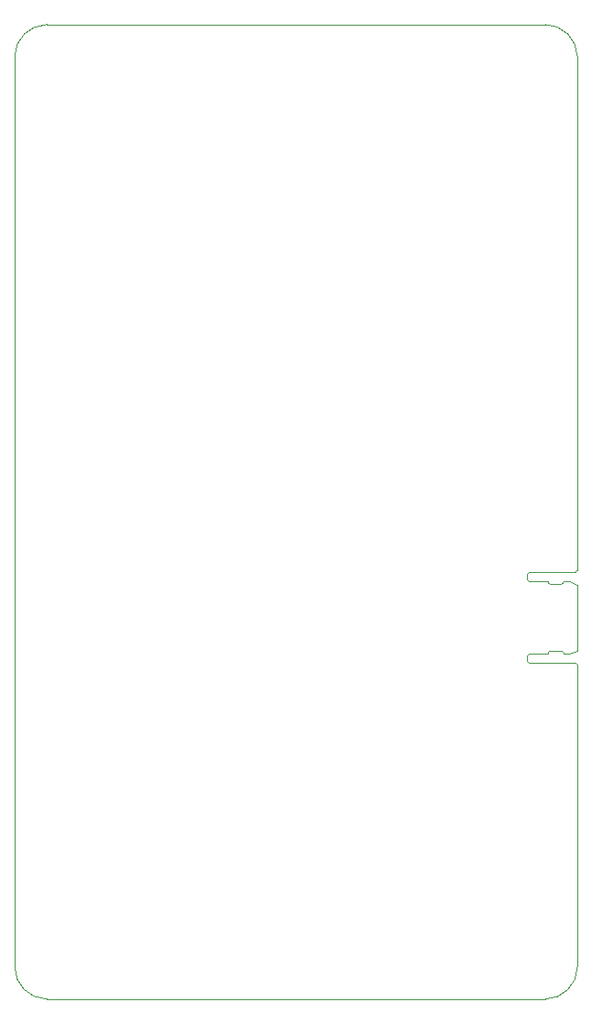
<source format=gm1>
G04 #@! TF.GenerationSoftware,KiCad,Pcbnew,8.0.1-8.0.1-1~ubuntu22.04.1*
G04 #@! TF.CreationDate,2024-06-03T13:26:47-07:00*
G04 #@! TF.ProjectId,emu_brd,656d755f-6272-4642-9e6b-696361645f70,REV1*
G04 #@! TF.SameCoordinates,Original*
G04 #@! TF.FileFunction,Profile,NP*
%FSLAX46Y46*%
G04 Gerber Fmt 4.6, Leading zero omitted, Abs format (unit mm)*
G04 Created by KiCad (PCBNEW 8.0.1-8.0.1-1~ubuntu22.04.1) date 2024-06-03 13:26:47*
%MOMM*%
%LPD*%
G01*
G04 APERTURE LIST*
G04 #@! TA.AperFunction,Profile*
%ADD10C,0.050000*%
G04 #@! TD*
G04 #@! TA.AperFunction,Profile*
%ADD11C,0.100000*%
G04 #@! TD*
G04 APERTURE END LIST*
D10*
X72390000Y-31000000D02*
X118390000Y-31000000D01*
D11*
X121390000Y-34000000D02*
X121390000Y-81245000D01*
X121390000Y-90280000D02*
X121390000Y-118000000D01*
X118390000Y-121000000D02*
X72390000Y-121000000D01*
X69390000Y-118000000D02*
X69390000Y-34000000D01*
X121390000Y-118000000D02*
G75*
G02*
X118390000Y-121000000I-3000000J0D01*
G01*
X69390000Y-34000000D02*
G75*
G02*
X72390000Y-31000000I3000000J0D01*
G01*
X72390000Y-121000000D02*
G75*
G02*
X69390000Y-118000000I0J3000000D01*
G01*
X118390000Y-31000000D02*
G75*
G02*
X121390000Y-34000000I0J-3000000D01*
G01*
X121390000Y-82735000D02*
X121390000Y-88825000D01*
X120640000Y-82435000D02*
X120140000Y-82435000D01*
X120640000Y-89125000D02*
X120140000Y-89125000D01*
X121390000Y-82735000D02*
X120640000Y-82435000D01*
X119890000Y-82685000D02*
X118890000Y-82685000D01*
X118890000Y-82685000D02*
G75*
G02*
X118640000Y-82435000I0J250000D01*
G01*
X120140000Y-82435000D02*
G75*
G02*
X119890000Y-82685000I-250000J0D01*
G01*
X119890000Y-88875000D02*
X118890000Y-88875000D01*
X118640000Y-89125000D02*
G75*
G02*
X118890000Y-88875000I250000J0D01*
G01*
X119890000Y-88875000D02*
G75*
G02*
X120140000Y-89125000I0J-250000D01*
G01*
X121390000Y-88825000D02*
X120640000Y-89125000D01*
X118640000Y-89125000D02*
X116940000Y-89125000D01*
X118640000Y-82435000D02*
X116940000Y-82435000D01*
X121390000Y-81245000D02*
X121390000Y-81395000D01*
X121390000Y-81395000D02*
G75*
G02*
X121190000Y-81595000I-200000J0D01*
G01*
X121190000Y-81595000D02*
X116940000Y-81595000D01*
X121390000Y-90165000D02*
X121390000Y-90280000D01*
X121190000Y-89965000D02*
G75*
G02*
X121390000Y-90165000I0J-200000D01*
G01*
X121190000Y-89965000D02*
X116940000Y-89965000D01*
X116740000Y-89325000D02*
G75*
G02*
X116940000Y-89125000I200000J0D01*
G01*
X116940000Y-89965000D02*
G75*
G02*
X116740000Y-89765000I0J200000D01*
G01*
X116740000Y-89325000D02*
X116740000Y-89765000D01*
X116740000Y-81795000D02*
G75*
G02*
X116940000Y-81595000I200000J0D01*
G01*
X116940000Y-82435000D02*
G75*
G02*
X116740000Y-82235000I0J200000D01*
G01*
X116740000Y-81795000D02*
X116740000Y-82235000D01*
M02*

</source>
